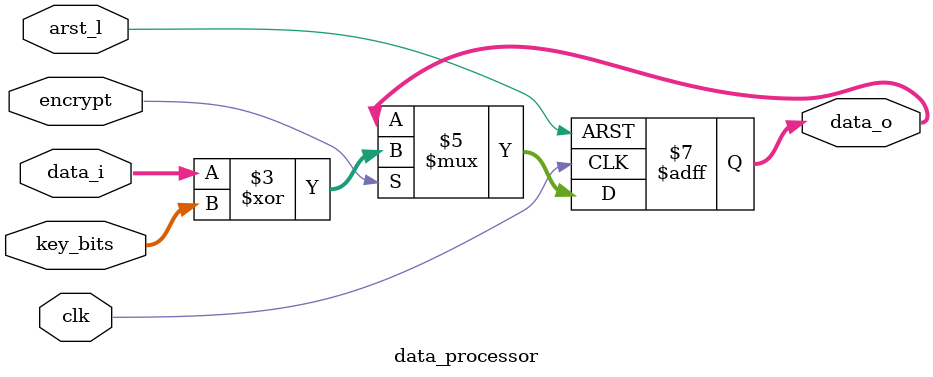
<source format=sv>
module lfsr_stream_cipher #(
    parameter LFSR_WIDTH = 16,
    parameter DATA_WIDTH = 8
) (
    input  wire                    clk,
    input  wire                    arst_l,
    input  wire                    seed_load,
    input  wire                    encrypt,
    input  wire [LFSR_WIDTH-1:0]   seed,
    input  wire [DATA_WIDTH-1:0]   data_i,
    output wire [DATA_WIDTH-1:0]   data_o
);
    // 内部连线
    wire [LFSR_WIDTH-1:0] lfsr_value;
    wire [DATA_WIDTH-1:0] key_bits;
    
    // LFSR生成器子模块实例化
    lfsr_generator #(
        .WIDTH(LFSR_WIDTH)
    ) lfsr_gen_inst (
        .clk        (clk),
        .arst_l     (arst_l),
        .seed_load  (seed_load),
        .seed       (seed),
        .lfsr_out   (lfsr_value)
    );
    
    // 密钥提取子模块实例化
    key_extractor #(
        .LFSR_WIDTH (LFSR_WIDTH),
        .KEY_WIDTH  (DATA_WIDTH)
    ) key_ext_inst (
        .lfsr_value (lfsr_value),
        .key_bits   (key_bits)
    );
    
    // 数据加密子模块实例化
    data_processor #(
        .DATA_WIDTH (DATA_WIDTH)
    ) processor_inst (
        .clk        (clk),
        .arst_l     (arst_l),
        .encrypt    (encrypt),
        .key_bits   (key_bits),
        .data_i     (data_i),
        .data_o     (data_o)
    );
    
endmodule

// LFSR生成器子模块 - 负责生成伪随机序列
module lfsr_generator #(
    parameter WIDTH = 16
) (
    input  wire             clk,
    input  wire             arst_l,
    input  wire             seed_load,
    input  wire [WIDTH-1:0] seed,
    output wire [WIDTH-1:0] lfsr_out
);
    reg [WIDTH-1:0] lfsr_reg;
    wire feedback;
    
    // 使用反馈计算模块
    lfsr_feedback #(
        .WIDTH(WIDTH)
    ) feedback_inst (
        .lfsr_reg  (lfsr_reg),
        .feedback  (feedback)
    );
    
    // LFSR寄存器更新逻辑
    always @(posedge clk or negedge arst_l) begin
        if (~arst_l) 
            lfsr_reg <= {WIDTH{1'b1}};
        else if (seed_load) 
            lfsr_reg <= seed;
        else 
            lfsr_reg <= {feedback, lfsr_reg[WIDTH-1:1]};
    end
    
    // 输出赋值
    assign lfsr_out = lfsr_reg;
    
endmodule

// LFSR反馈计算模块 - 计算反馈值
module lfsr_feedback #(
    parameter WIDTH = 16
) (
    input  wire [WIDTH-1:0] lfsr_reg,
    output wire             feedback
);
    // 计算反馈值 - 使用特定的抽头位置
    // 可以根据不同应用要求修改抽头位置
    assign feedback = lfsr_reg[0] ^ lfsr_reg[2] ^ lfsr_reg[3] ^ lfsr_reg[5];
endmodule

// 密钥提取模块 - 从LFSR值中提取密钥位
module key_extractor #(
    parameter LFSR_WIDTH = 16,
    parameter KEY_WIDTH  = 8
) (
    input  wire [LFSR_WIDTH-1:0] lfsr_value,
    output wire [KEY_WIDTH-1:0]  key_bits
);
    // 提取用于加密的LFSR位
    assign key_bits = lfsr_value[LFSR_WIDTH-1:LFSR_WIDTH-KEY_WIDTH];
endmodule

// 数据处理模块 - 负责对数据进行加密/解密操作
module data_processor #(
    parameter DATA_WIDTH = 8
) (
    input  wire                  clk,
    input  wire                  arst_l,
    input  wire                  encrypt,
    input  wire [DATA_WIDTH-1:0] key_bits,
    input  wire [DATA_WIDTH-1:0] data_i,
    output reg  [DATA_WIDTH-1:0] data_o
);
    // 加密/解密逻辑
    always @(posedge clk or negedge arst_l) begin
        if (~arst_l) 
            data_o <= {DATA_WIDTH{1'b0}};
        else if (encrypt) 
            data_o <= data_i ^ key_bits;
        else
            data_o <= data_o; // 保持当前值
    end
endmodule
</source>
